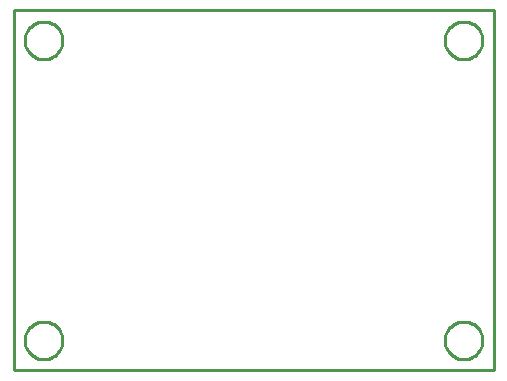
<source format=gbr>
G04 EAGLE Gerber RS-274X export*
G75*
%MOMM*%
%FSLAX34Y34*%
%LPD*%
%IN*%
%IPPOS*%
%AMOC8*
5,1,8,0,0,1.08239X$1,22.5*%
G01*
%ADD10C,0.254000*%


D10*
X0Y-12700D02*
X406400Y-12700D01*
X406400Y292100D01*
X0Y292100D01*
X0Y-12700D01*
X41400Y266176D02*
X41332Y265131D01*
X41195Y264092D01*
X40990Y263065D01*
X40719Y262053D01*
X40383Y261061D01*
X39982Y260093D01*
X39518Y259154D01*
X38995Y258246D01*
X38413Y257375D01*
X37775Y256544D01*
X37084Y255757D01*
X36343Y255016D01*
X35556Y254325D01*
X34725Y253688D01*
X33854Y253106D01*
X32946Y252582D01*
X32007Y252118D01*
X31039Y251717D01*
X30047Y251381D01*
X29035Y251110D01*
X28008Y250905D01*
X26969Y250769D01*
X25924Y250700D01*
X24876Y250700D01*
X23831Y250769D01*
X22792Y250905D01*
X21765Y251110D01*
X20753Y251381D01*
X19761Y251717D01*
X18793Y252118D01*
X17854Y252582D01*
X16946Y253106D01*
X16075Y253688D01*
X15244Y254325D01*
X14457Y255016D01*
X13716Y255757D01*
X13025Y256544D01*
X12388Y257375D01*
X11806Y258246D01*
X11282Y259154D01*
X10818Y260093D01*
X10417Y261061D01*
X10081Y262053D01*
X9810Y263065D01*
X9605Y264092D01*
X9469Y265131D01*
X9400Y266176D01*
X9400Y267224D01*
X9469Y268269D01*
X9605Y269308D01*
X9810Y270335D01*
X10081Y271347D01*
X10417Y272339D01*
X10818Y273307D01*
X11282Y274246D01*
X11806Y275154D01*
X12388Y276025D01*
X13025Y276856D01*
X13716Y277643D01*
X14457Y278384D01*
X15244Y279075D01*
X16075Y279713D01*
X16946Y280295D01*
X17854Y280818D01*
X18793Y281282D01*
X19761Y281683D01*
X20753Y282019D01*
X21765Y282290D01*
X22792Y282495D01*
X23831Y282632D01*
X24876Y282700D01*
X25924Y282700D01*
X26969Y282632D01*
X28008Y282495D01*
X29035Y282290D01*
X30047Y282019D01*
X31039Y281683D01*
X32007Y281282D01*
X32946Y280818D01*
X33854Y280295D01*
X34725Y279713D01*
X35556Y279075D01*
X36343Y278384D01*
X37084Y277643D01*
X37775Y276856D01*
X38413Y276025D01*
X38995Y275154D01*
X39518Y274246D01*
X39982Y273307D01*
X40383Y272339D01*
X40719Y271347D01*
X40990Y270335D01*
X41195Y269308D01*
X41332Y268269D01*
X41400Y267224D01*
X41400Y266176D01*
X397000Y266176D02*
X396932Y265131D01*
X396795Y264092D01*
X396590Y263065D01*
X396319Y262053D01*
X395983Y261061D01*
X395582Y260093D01*
X395118Y259154D01*
X394595Y258246D01*
X394013Y257375D01*
X393375Y256544D01*
X392684Y255757D01*
X391943Y255016D01*
X391156Y254325D01*
X390325Y253688D01*
X389454Y253106D01*
X388546Y252582D01*
X387607Y252118D01*
X386639Y251717D01*
X385647Y251381D01*
X384635Y251110D01*
X383608Y250905D01*
X382569Y250769D01*
X381524Y250700D01*
X380476Y250700D01*
X379431Y250769D01*
X378392Y250905D01*
X377365Y251110D01*
X376353Y251381D01*
X375361Y251717D01*
X374393Y252118D01*
X373454Y252582D01*
X372546Y253106D01*
X371675Y253688D01*
X370844Y254325D01*
X370057Y255016D01*
X369316Y255757D01*
X368625Y256544D01*
X367988Y257375D01*
X367406Y258246D01*
X366882Y259154D01*
X366418Y260093D01*
X366017Y261061D01*
X365681Y262053D01*
X365410Y263065D01*
X365205Y264092D01*
X365069Y265131D01*
X365000Y266176D01*
X365000Y267224D01*
X365069Y268269D01*
X365205Y269308D01*
X365410Y270335D01*
X365681Y271347D01*
X366017Y272339D01*
X366418Y273307D01*
X366882Y274246D01*
X367406Y275154D01*
X367988Y276025D01*
X368625Y276856D01*
X369316Y277643D01*
X370057Y278384D01*
X370844Y279075D01*
X371675Y279713D01*
X372546Y280295D01*
X373454Y280818D01*
X374393Y281282D01*
X375361Y281683D01*
X376353Y282019D01*
X377365Y282290D01*
X378392Y282495D01*
X379431Y282632D01*
X380476Y282700D01*
X381524Y282700D01*
X382569Y282632D01*
X383608Y282495D01*
X384635Y282290D01*
X385647Y282019D01*
X386639Y281683D01*
X387607Y281282D01*
X388546Y280818D01*
X389454Y280295D01*
X390325Y279713D01*
X391156Y279075D01*
X391943Y278384D01*
X392684Y277643D01*
X393375Y276856D01*
X394013Y276025D01*
X394595Y275154D01*
X395118Y274246D01*
X395582Y273307D01*
X395983Y272339D01*
X396319Y271347D01*
X396590Y270335D01*
X396795Y269308D01*
X396932Y268269D01*
X397000Y267224D01*
X397000Y266176D01*
X397000Y12176D02*
X396932Y11131D01*
X396795Y10092D01*
X396590Y9065D01*
X396319Y8053D01*
X395983Y7061D01*
X395582Y6093D01*
X395118Y5154D01*
X394595Y4246D01*
X394013Y3375D01*
X393375Y2544D01*
X392684Y1757D01*
X391943Y1016D01*
X391156Y325D01*
X390325Y-313D01*
X389454Y-895D01*
X388546Y-1418D01*
X387607Y-1882D01*
X386639Y-2283D01*
X385647Y-2619D01*
X384635Y-2890D01*
X383608Y-3095D01*
X382569Y-3232D01*
X381524Y-3300D01*
X380476Y-3300D01*
X379431Y-3232D01*
X378392Y-3095D01*
X377365Y-2890D01*
X376353Y-2619D01*
X375361Y-2283D01*
X374393Y-1882D01*
X373454Y-1418D01*
X372546Y-895D01*
X371675Y-313D01*
X370844Y325D01*
X370057Y1016D01*
X369316Y1757D01*
X368625Y2544D01*
X367988Y3375D01*
X367406Y4246D01*
X366882Y5154D01*
X366418Y6093D01*
X366017Y7061D01*
X365681Y8053D01*
X365410Y9065D01*
X365205Y10092D01*
X365069Y11131D01*
X365000Y12176D01*
X365000Y13224D01*
X365069Y14269D01*
X365205Y15308D01*
X365410Y16335D01*
X365681Y17347D01*
X366017Y18339D01*
X366418Y19307D01*
X366882Y20246D01*
X367406Y21154D01*
X367988Y22025D01*
X368625Y22856D01*
X369316Y23643D01*
X370057Y24384D01*
X370844Y25075D01*
X371675Y25713D01*
X372546Y26295D01*
X373454Y26818D01*
X374393Y27282D01*
X375361Y27683D01*
X376353Y28019D01*
X377365Y28290D01*
X378392Y28495D01*
X379431Y28632D01*
X380476Y28700D01*
X381524Y28700D01*
X382569Y28632D01*
X383608Y28495D01*
X384635Y28290D01*
X385647Y28019D01*
X386639Y27683D01*
X387607Y27282D01*
X388546Y26818D01*
X389454Y26295D01*
X390325Y25713D01*
X391156Y25075D01*
X391943Y24384D01*
X392684Y23643D01*
X393375Y22856D01*
X394013Y22025D01*
X394595Y21154D01*
X395118Y20246D01*
X395582Y19307D01*
X395983Y18339D01*
X396319Y17347D01*
X396590Y16335D01*
X396795Y15308D01*
X396932Y14269D01*
X397000Y13224D01*
X397000Y12176D01*
X41400Y12176D02*
X41332Y11131D01*
X41195Y10092D01*
X40990Y9065D01*
X40719Y8053D01*
X40383Y7061D01*
X39982Y6093D01*
X39518Y5154D01*
X38995Y4246D01*
X38413Y3375D01*
X37775Y2544D01*
X37084Y1757D01*
X36343Y1016D01*
X35556Y325D01*
X34725Y-313D01*
X33854Y-895D01*
X32946Y-1418D01*
X32007Y-1882D01*
X31039Y-2283D01*
X30047Y-2619D01*
X29035Y-2890D01*
X28008Y-3095D01*
X26969Y-3232D01*
X25924Y-3300D01*
X24876Y-3300D01*
X23831Y-3232D01*
X22792Y-3095D01*
X21765Y-2890D01*
X20753Y-2619D01*
X19761Y-2283D01*
X18793Y-1882D01*
X17854Y-1418D01*
X16946Y-895D01*
X16075Y-313D01*
X15244Y325D01*
X14457Y1016D01*
X13716Y1757D01*
X13025Y2544D01*
X12388Y3375D01*
X11806Y4246D01*
X11282Y5154D01*
X10818Y6093D01*
X10417Y7061D01*
X10081Y8053D01*
X9810Y9065D01*
X9605Y10092D01*
X9469Y11131D01*
X9400Y12176D01*
X9400Y13224D01*
X9469Y14269D01*
X9605Y15308D01*
X9810Y16335D01*
X10081Y17347D01*
X10417Y18339D01*
X10818Y19307D01*
X11282Y20246D01*
X11806Y21154D01*
X12388Y22025D01*
X13025Y22856D01*
X13716Y23643D01*
X14457Y24384D01*
X15244Y25075D01*
X16075Y25713D01*
X16946Y26295D01*
X17854Y26818D01*
X18793Y27282D01*
X19761Y27683D01*
X20753Y28019D01*
X21765Y28290D01*
X22792Y28495D01*
X23831Y28632D01*
X24876Y28700D01*
X25924Y28700D01*
X26969Y28632D01*
X28008Y28495D01*
X29035Y28290D01*
X30047Y28019D01*
X31039Y27683D01*
X32007Y27282D01*
X32946Y26818D01*
X33854Y26295D01*
X34725Y25713D01*
X35556Y25075D01*
X36343Y24384D01*
X37084Y23643D01*
X37775Y22856D01*
X38413Y22025D01*
X38995Y21154D01*
X39518Y20246D01*
X39982Y19307D01*
X40383Y18339D01*
X40719Y17347D01*
X40990Y16335D01*
X41195Y15308D01*
X41332Y14269D01*
X41400Y13224D01*
X41400Y12176D01*
M02*

</source>
